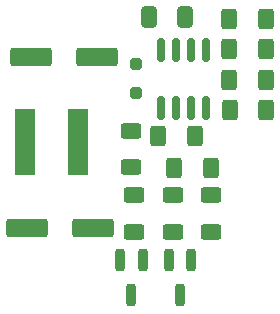
<source format=gbr>
%TF.GenerationSoftware,KiCad,Pcbnew,8.0.0*%
%TF.CreationDate,2026-01-20T23:42:33+05:30*%
%TF.ProjectId,PICKit_Clone_KiCAD,5049434b-6974-45f4-936c-6f6e655f4b69,1.0*%
%TF.SameCoordinates,Original*%
%TF.FileFunction,Paste,Bot*%
%TF.FilePolarity,Positive*%
%FSLAX46Y46*%
G04 Gerber Fmt 4.6, Leading zero omitted, Abs format (unit mm)*
G04 Created by KiCad (PCBNEW 8.0.0) date 2026-01-20 23:42:33*
%MOMM*%
%LPD*%
G01*
G04 APERTURE LIST*
G04 Aperture macros list*
%AMRoundRect*
0 Rectangle with rounded corners*
0 $1 Rounding radius*
0 $2 $3 $4 $5 $6 $7 $8 $9 X,Y pos of 4 corners*
0 Add a 4 corners polygon primitive as box body*
4,1,4,$2,$3,$4,$5,$6,$7,$8,$9,$2,$3,0*
0 Add four circle primitives for the rounded corners*
1,1,$1+$1,$2,$3*
1,1,$1+$1,$4,$5*
1,1,$1+$1,$6,$7*
1,1,$1+$1,$8,$9*
0 Add four rect primitives between the rounded corners*
20,1,$1+$1,$2,$3,$4,$5,0*
20,1,$1+$1,$4,$5,$6,$7,0*
20,1,$1+$1,$6,$7,$8,$9,0*
20,1,$1+$1,$8,$9,$2,$3,0*%
G04 Aperture macros list end*
%ADD10RoundRect,0.250000X0.400000X0.625000X-0.400000X0.625000X-0.400000X-0.625000X0.400000X-0.625000X0*%
%ADD11RoundRect,0.250000X-0.625000X0.400000X-0.625000X-0.400000X0.625000X-0.400000X0.625000X0.400000X0*%
%ADD12RoundRect,0.250000X0.412500X0.650000X-0.412500X0.650000X-0.412500X-0.650000X0.412500X-0.650000X0*%
%ADD13RoundRect,0.250000X-0.400000X-0.625000X0.400000X-0.625000X0.400000X0.625000X-0.400000X0.625000X0*%
%ADD14RoundRect,0.200000X-0.200000X0.750000X-0.200000X-0.750000X0.200000X-0.750000X0.200000X0.750000X0*%
%ADD15R,1.700000X5.700000*%
%ADD16RoundRect,0.150000X-0.150000X0.825000X-0.150000X-0.825000X0.150000X-0.825000X0.150000X0.825000X0*%
%ADD17RoundRect,0.250000X0.625000X-0.400000X0.625000X0.400000X-0.625000X0.400000X-0.625000X-0.400000X0*%
%ADD18RoundRect,0.250000X1.500000X0.550000X-1.500000X0.550000X-1.500000X-0.550000X1.500000X-0.550000X0*%
%ADD19RoundRect,0.250000X0.250000X-0.250000X0.250000X0.250000X-0.250000X0.250000X-0.250000X-0.250000X0*%
G04 APERTURE END LIST*
D10*
%TO.C,R9*%
X151080000Y-91550000D03*
X147980000Y-91550000D03*
%TD*%
D11*
%TO.C,R12*%
X147860000Y-93880000D03*
X147860000Y-96980000D03*
%TD*%
D12*
%TO.C,C3*%
X148952501Y-78840004D03*
X145827499Y-78839996D03*
%TD*%
D13*
%TO.C,R5*%
X146670000Y-88900000D03*
X149770000Y-88900000D03*
%TD*%
D14*
%TO.C,Q2*%
X147560000Y-99350000D03*
X149459999Y-99350001D03*
X148510000Y-102350000D03*
%TD*%
D15*
%TO.C,L1*%
X139880000Y-89360000D03*
X135380000Y-89360000D03*
%TD*%
D14*
%TO.C,Q1*%
X143422501Y-99360000D03*
X145322501Y-99360000D03*
X144372501Y-102360000D03*
%TD*%
D16*
%TO.C,U2*%
X146845000Y-81585000D03*
X148115000Y-81585000D03*
X149385000Y-81585000D03*
X150655001Y-81585001D03*
X150655000Y-86535000D03*
X149385000Y-86535000D03*
X148115000Y-86535000D03*
X146844999Y-86534999D03*
%TD*%
D17*
%TO.C,R13*%
X151150000Y-96980001D03*
X151150000Y-93880001D03*
%TD*%
D10*
%TO.C,R1*%
X155770000Y-78950001D03*
X152670000Y-78950001D03*
%TD*%
D18*
%TO.C,C2*%
X141170000Y-96660000D03*
X135570000Y-96660000D03*
%TD*%
D11*
%TO.C,R11*%
X144570000Y-93879999D03*
X144570000Y-96979999D03*
%TD*%
D17*
%TO.C,R10*%
X144310000Y-91530000D03*
X144310000Y-88430000D03*
%TD*%
D19*
%TO.C,D4*%
X144790000Y-85260000D03*
X144790000Y-82760000D03*
%TD*%
D13*
%TO.C,R2*%
X152670000Y-81550000D03*
X155770000Y-81550000D03*
%TD*%
D18*
%TO.C,C1*%
X141490000Y-82150000D03*
X135890000Y-82150000D03*
%TD*%
D13*
%TO.C,R4*%
X152690000Y-86710000D03*
X155790000Y-86710000D03*
%TD*%
D10*
%TO.C,R3*%
X155770000Y-84130001D03*
X152670000Y-84130001D03*
%TD*%
M02*

</source>
